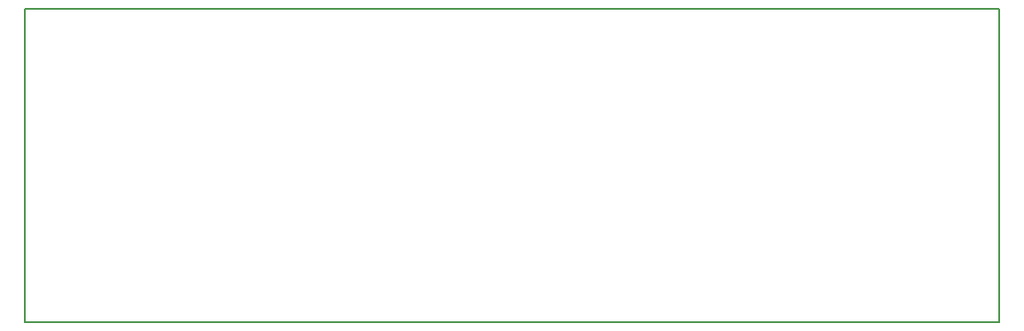
<source format=gbr>
G04 #@! TF.GenerationSoftware,KiCad,Pcbnew,5.1.9*
G04 #@! TF.CreationDate,2021-01-29T13:56:36+08:00*
G04 #@! TF.ProjectId,LaserSwitch-Slave,4c617365-7253-4776-9974-63682d536c61,rev?*
G04 #@! TF.SameCoordinates,Original*
G04 #@! TF.FileFunction,Profile,NP*
%FSLAX46Y46*%
G04 Gerber Fmt 4.6, Leading zero omitted, Abs format (unit mm)*
G04 Created by KiCad (PCBNEW 5.1.9) date 2021-01-29 13:56:36*
%MOMM*%
%LPD*%
G01*
G04 APERTURE LIST*
G04 #@! TA.AperFunction,Profile*
%ADD10C,0.150000*%
G04 #@! TD*
G04 APERTURE END LIST*
D10*
X107000000Y-85000000D02*
X107000000Y-115000000D01*
X107000000Y-85000000D02*
X200000000Y-85000000D01*
X200000000Y-115000000D02*
X200000000Y-85000000D01*
X107000000Y-115000000D02*
X200000000Y-115000000D01*
M02*

</source>
